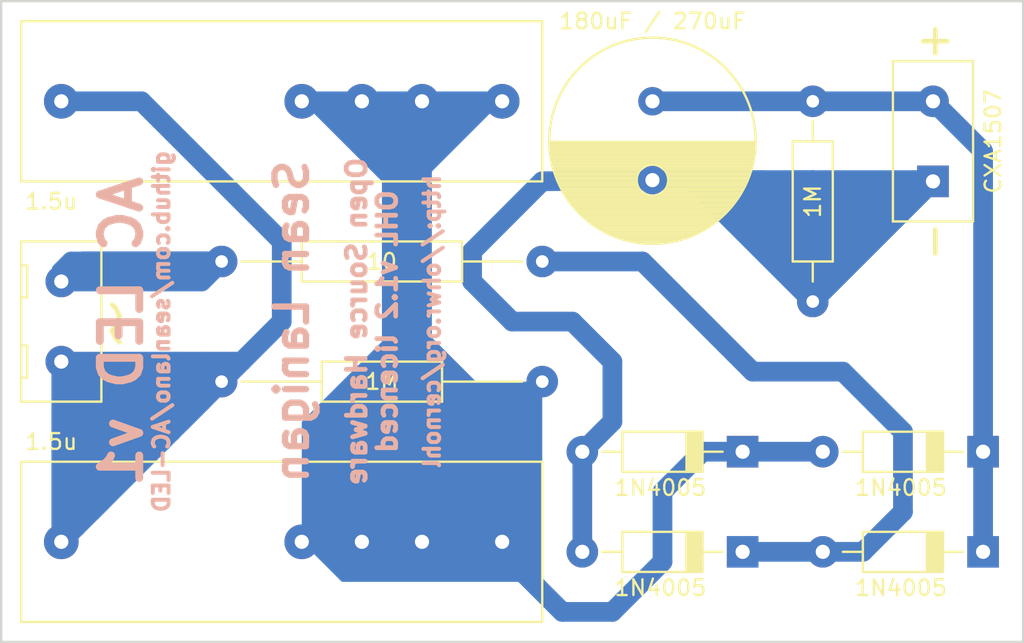
<source format=kicad_pcb>
(kicad_pcb (version 4) (host pcbnew 4.0.5+dfsg1-4)

  (general
    (links 24)
    (no_connects 0)
    (area 11.989999 11.56 76.910001 52.780001)
    (thickness 1.6)
    (drawings 9)
    (tracks 138)
    (zones 0)
    (modules 12)
    (nets 7)
  )

  (page A4)
  (title_block
    (title "AC LED")
    (date 2017-06-18)
    (rev 1)
    (company "Sean Lanigan")
    (comment 1 "Licenced under CERN OHL v1.2 or later")
    (comment 3 "LEDs or a 270 uF for one LED. ")
    (comment 4 "Designed for one or two Cree CXA1507 36V LEDs, in series. Use 180uF capacitor for two")
  )

  (layers
    (0 F.Cu signal)
    (31 B.Cu signal)
    (32 B.Adhes user)
    (33 F.Adhes user)
    (34 B.Paste user)
    (35 F.Paste user)
    (36 B.SilkS user)
    (37 F.SilkS user)
    (38 B.Mask user)
    (39 F.Mask user)
    (40 Dwgs.User user)
    (41 Cmts.User user)
    (42 Eco1.User user)
    (43 Eco2.User user)
    (44 Edge.Cuts user)
    (45 Margin user)
    (46 B.CrtYd user)
    (47 F.CrtYd user)
    (48 B.Fab user)
    (49 F.Fab user)
  )

  (setup
    (last_trace_width 0.25)
    (trace_clearance 0.2)
    (zone_clearance 0.508)
    (zone_45_only no)
    (trace_min 0.2)
    (segment_width 0.2)
    (edge_width 0.15)
    (via_size 0.6)
    (via_drill 0.4)
    (via_min_size 0.4)
    (via_min_drill 0.3)
    (uvia_size 0.3)
    (uvia_drill 0.1)
    (uvias_allowed no)
    (uvia_min_size 0.2)
    (uvia_min_drill 0.1)
    (pcb_text_width 0.3)
    (pcb_text_size 1.5 1.5)
    (mod_edge_width 0.15)
    (mod_text_size 1 1)
    (mod_text_width 0.15)
    (pad_size 1.524 1.524)
    (pad_drill 0.762)
    (pad_to_mask_clearance 0.2)
    (aux_axis_origin 12.065 12.065)
    (grid_origin 12.065 12.065)
    (visible_elements FFFFFF7F)
    (pcbplotparams
      (layerselection 0x010f0_80000001)
      (usegerberextensions true)
      (excludeedgelayer true)
      (linewidth 0.100000)
      (plotframeref false)
      (viasonmask false)
      (mode 1)
      (useauxorigin false)
      (hpglpennumber 1)
      (hpglpenspeed 20)
      (hpglpendiameter 15)
      (hpglpenoverlay 2)
      (psnegative false)
      (psa4output false)
      (plotreference true)
      (plotvalue true)
      (plotinvisibletext false)
      (padsonsilk false)
      (subtractmaskfromsilk true)
      (outputformat 1)
      (mirror false)
      (drillshape 0)
      (scaleselection 1)
      (outputdirectory gerber/))
  )

  (net 0 "")
  (net 1 /AC_L)
  (net 2 /Bridge_In)
  (net 3 /DC_V)
  (net 4 /DC_Gnd)
  (net 5 /Bridge_Out)
  (net 6 /AC_N)

  (net_class Default "This is the default net class."
    (clearance 0.2)
    (trace_width 0.25)
    (via_dia 0.6)
    (via_drill 0.4)
    (uvia_dia 0.3)
    (uvia_drill 0.1)
  )

  (net_class AC ""
    (clearance 1)
    (trace_width 1.25)
    (via_dia 0.6)
    (via_drill 0.4)
    (uvia_dia 0.3)
    (uvia_drill 0.1)
    (add_net /AC_L)
    (add_net /AC_N)
    (add_net /Bridge_In)
    (add_net /Bridge_Out)
    (add_net /DC_Gnd)
    (add_net /DC_V)
  )

  (module Footprints:Terminal (layer F.Cu) (tedit 5944EF77) (tstamp 594E374A)
    (at 15.875 32.385)
    (path /5944AEF7)
    (fp_text reference J1 (at 0 6.35) (layer F.SilkS) hide
      (effects (font (size 1 1) (thickness 0.15)))
    )
    (fp_text value "AC In" (at 0 0) (layer F.Fab)
      (effects (font (size 1 1) (thickness 0.15)))
    )
    (fp_text user ~~ (at 3.302 0 90) (layer F.SilkS)
      (effects (font (size 5 5) (thickness 0.3)))
    )
    (fp_text user ~ (at 3.937 0.127) (layer F.SilkS)
      (effects (font (size 1 1) (thickness 0.15)))
    )
    (fp_line (start -2.159 3.556) (end -2.54 3.556) (layer F.SilkS) (width 0.15))
    (fp_line (start -2.159 1.524) (end -2.159 3.556) (layer F.SilkS) (width 0.15))
    (fp_line (start -2.54 1.524) (end -2.159 1.524) (layer F.SilkS) (width 0.15))
    (fp_line (start -2.159 -1.524) (end -2.54 -1.524) (layer F.SilkS) (width 0.15))
    (fp_line (start -2.159 -3.556) (end -2.159 -1.524) (layer F.SilkS) (width 0.15))
    (fp_line (start -2.54 -3.556) (end -2.159 -3.556) (layer F.SilkS) (width 0.15))
    (fp_line (start -2.54 5.08) (end -2.54 -5.08) (layer F.SilkS) (width 0.15))
    (fp_line (start 2.54 5.08) (end -2.54 5.08) (layer F.SilkS) (width 0.15))
    (fp_line (start 2.54 -5.08) (end 2.54 5.08) (layer F.SilkS) (width 0.15))
    (fp_line (start -2.54 -5.08) (end 2.54 -5.08) (layer F.SilkS) (width 0.15))
    (pad 1 thru_hole circle (at 0 2.54) (size 2 2) (drill 0.9) (layers *.Cu *.Mask)
      (net 1 /AC_L))
    (pad 2 thru_hole circle (at 0 -2.54) (size 2 2) (drill 0.9) (layers *.Cu *.Mask)
      (net 6 /AC_N))
  )

  (module Footprints:Large_Cap-Multi (layer F.Cu) (tedit 59451DCE) (tstamp 594E3663)
    (at 31.115 43.815)
    (path /5944B136)
    (fp_text reference C1 (at -16.51 -1.27) (layer F.Fab)
      (effects (font (size 1 1) (thickness 0.15)))
    )
    (fp_text value 1.5u (at -15.875 -3.81) (layer F.SilkS)
      (effects (font (size 1 1) (thickness 0.15)))
    )
    (fp_line (start 15.24 -2.54) (end -17.78 -2.54) (layer F.SilkS) (width 0.15))
    (fp_line (start -17.78 -2.54) (end -17.78 7.62) (layer F.SilkS) (width 0.15))
    (fp_line (start 15.24 -2.54) (end 15.24 7.62) (layer F.SilkS) (width 0.15))
    (fp_line (start 15.24 7.62) (end -17.78 7.62) (layer F.SilkS) (width 0.15))
    (pad 1 thru_hole circle (at -15.24 2.54) (size 2.2 2.2) (drill 0.9) (layers *.Cu *.Mask)
      (net 1 /AC_L))
    (pad 2 thru_hole circle (at 7.62 2.54) (size 2.2 2.2) (drill 0.9) (layers *.Cu *.Mask)
      (net 2 /Bridge_In))
    (pad 2 thru_hole circle (at 12.7 2.54) (size 2.2 2.2) (drill 0.9) (layers *.Cu *.Mask)
      (net 2 /Bridge_In))
    (pad 2 thru_hole circle (at 3.81 2.54) (size 2.2 2.2) (drill 0.9) (layers *.Cu *.Mask)
      (net 2 /Bridge_In))
    (pad 2 thru_hole circle (at 0 2.54) (size 2.2 2.2) (drill 0.9) (layers *.Cu *.Mask)
      (net 2 /Bridge_In))
  )

  (module Footprints:Large_Cap-Multi (layer F.Cu) (tedit 59451DB6) (tstamp 594E3674)
    (at 31.115 15.875)
    (path /5944B0AD)
    (fp_text reference C2 (at -16.51 -1.27) (layer F.Fab)
      (effects (font (size 1 1) (thickness 0.15)))
    )
    (fp_text value 1.5u (at -15.875 8.89) (layer F.SilkS)
      (effects (font (size 1 1) (thickness 0.15)))
    )
    (fp_line (start 15.24 -2.54) (end -17.78 -2.54) (layer F.SilkS) (width 0.15))
    (fp_line (start -17.78 -2.54) (end -17.78 7.62) (layer F.SilkS) (width 0.15))
    (fp_line (start 15.24 -2.54) (end 15.24 7.62) (layer F.SilkS) (width 0.15))
    (fp_line (start 15.24 7.62) (end -17.78 7.62) (layer F.SilkS) (width 0.15))
    (pad 1 thru_hole circle (at -15.24 2.54) (size 2.2 2.2) (drill 0.9) (layers *.Cu *.Mask)
      (net 1 /AC_L))
    (pad 2 thru_hole circle (at 7.62 2.54) (size 2.2 2.2) (drill 0.9) (layers *.Cu *.Mask)
      (net 2 /Bridge_In))
    (pad 2 thru_hole circle (at 12.7 2.54) (size 2.2 2.2) (drill 0.9) (layers *.Cu *.Mask)
      (net 2 /Bridge_In))
    (pad 2 thru_hole circle (at 3.81 2.54) (size 2.2 2.2) (drill 0.9) (layers *.Cu *.Mask)
      (net 2 /Bridge_In))
    (pad 2 thru_hole circle (at 0 2.54) (size 2.2 2.2) (drill 0.9) (layers *.Cu *.Mask)
      (net 2 /Bridge_In))
  )

  (module Footprints:Res_Long_Large (layer F.Cu) (tedit 59451E6F) (tstamp 594E376E)
    (at 36.195 28.575 180)
    (path /5944B985)
    (fp_text reference R3 (at 0 -2.54 180) (layer F.Fab)
      (effects (font (size 1 1) (thickness 0.15)))
    )
    (fp_text value 10 (at 0 0 180) (layer F.SilkS)
      (effects (font (size 1 1) (thickness 0.15)))
    )
    (fp_line (start 5.08 1.27) (end -5.08 1.27) (layer F.SilkS) (width 0.15))
    (fp_line (start -5.08 -1.27) (end 5.08 -1.27) (layer F.SilkS) (width 0.15))
    (fp_line (start -5.08 0) (end -8.89 0) (layer F.SilkS) (width 0.15))
    (fp_line (start 5.08 0) (end 8.89 0) (layer F.SilkS) (width 0.15))
    (fp_line (start -5.08 -1.27) (end -5.08 1.27) (layer F.SilkS) (width 0.15))
    (fp_line (start 5.08 1.27) (end 5.08 -1.27) (layer F.SilkS) (width 0.15))
    (pad 1 thru_hole circle (at -10.16 0 180) (size 2 2) (drill 0.8) (layers *.Cu *.Mask)
      (net 5 /Bridge_Out))
    (pad 2 thru_hole circle (at 10.16 0 180) (size 2 2) (drill 0.8) (layers *.Cu *.Mask)
      (net 6 /AC_N))
  )

  (module Footprints:Res_Long_Small (layer F.Cu) (tedit 59451ED0) (tstamp 594E3756)
    (at 36.195 36.195 180)
    (path /5944B261)
    (fp_text reference R1 (at 0 -2.54 180) (layer F.Fab)
      (effects (font (size 1 1) (thickness 0.15)))
    )
    (fp_text value 1M (at 0 0 180) (layer F.SilkS)
      (effects (font (size 1 1) (thickness 0.15)))
    )
    (fp_line (start -7.62 0) (end -8.89 0) (layer F.SilkS) (width 0.15))
    (fp_line (start 7.62 0) (end 8.89 0) (layer F.SilkS) (width 0.15))
    (fp_line (start -3.81 0) (end -7.62 0) (layer F.SilkS) (width 0.15))
    (fp_line (start 3.81 0) (end 7.62 0) (layer F.SilkS) (width 0.15))
    (fp_line (start 3.81 -1.27) (end -3.81 -1.27) (layer F.SilkS) (width 0.15))
    (fp_line (start -3.81 -1.27) (end -3.81 1.27) (layer F.SilkS) (width 0.15))
    (fp_line (start -3.81 1.27) (end 3.81 1.27) (layer F.SilkS) (width 0.15))
    (fp_line (start 3.81 1.27) (end 3.81 -1.27) (layer F.SilkS) (width 0.15))
    (pad 1 thru_hole circle (at -10.16 0 180) (size 2 2) (drill 0.8) (layers *.Cu *.Mask)
      (net 2 /Bridge_In))
    (pad 2 thru_hole circle (at 10.16 0 180) (size 2 2) (drill 0.8) (layers *.Cu *.Mask)
      (net 1 /AC_L))
  )

  (module Footprints:2_wire_5mm-0.9OD (layer F.Cu) (tedit 59452049) (tstamp 594E371B)
    (at 71.12 20.955 90)
    (path /5944CA77)
    (fp_text reference D5 (at 4.445 -3.175 270) (layer F.Fab)
      (effects (font (size 1 1) (thickness 0.15)))
    )
    (fp_text value CXA1507 (at 0 3.81 90) (layer F.SilkS)
      (effects (font (size 1 1) (thickness 0.15)))
    )
    (fp_text user - (at -6.35 0 90) (layer F.SilkS)
      (effects (font (size 2 2) (thickness 0.3)))
    )
    (fp_text user + (at 6.35 0 90) (layer F.SilkS)
      (effects (font (size 2 2) (thickness 0.3)))
    )
    (fp_line (start -5.08 -2.54) (end 5.08 -2.54) (layer F.SilkS) (width 0.15))
    (fp_line (start 5.08 -2.54) (end 5.08 2.54) (layer F.SilkS) (width 0.15))
    (fp_line (start 5.08 2.54) (end -5.08 2.54) (layer F.SilkS) (width 0.15))
    (fp_line (start -5.08 2.54) (end -5.08 -2.54) (layer F.SilkS) (width 0.15))
    (pad 1 thru_hole rect (at -2.54 0 90) (size 2 2) (drill 0.9) (layers *.Cu *.Mask)
      (net 4 /DC_Gnd))
    (pad 2 thru_hole circle (at 2.54 0 90) (size 2 2) (drill 0.9) (layers *.Cu *.Mask)
      (net 3 /DC_V))
  )

  (module Footprints:Res_Short_Small (layer F.Cu) (tedit 59451EB7) (tstamp 594E3762)
    (at 63.5 24.765 270)
    (path /5944C5FE)
    (fp_text reference R2 (at 0 -2.54 270) (layer F.Fab)
      (effects (font (size 1 1) (thickness 0.15)))
    )
    (fp_text value 1M (at 0 0 270) (layer F.SilkS)
      (effects (font (size 1 1) (thickness 0.15)))
    )
    (fp_line (start -3.81 0) (end -5.08 0) (layer F.SilkS) (width 0.15))
    (fp_line (start 3.81 0) (end 5.08 0) (layer F.SilkS) (width 0.15))
    (fp_line (start 3.81 -1.27) (end -3.81 -1.27) (layer F.SilkS) (width 0.15))
    (fp_line (start -3.81 -1.27) (end -3.81 1.27) (layer F.SilkS) (width 0.15))
    (fp_line (start -3.81 1.27) (end 3.81 1.27) (layer F.SilkS) (width 0.15))
    (fp_line (start 3.81 1.27) (end 3.81 -1.27) (layer F.SilkS) (width 0.15))
    (pad 1 thru_hole circle (at -6.35 0 270) (size 2 2) (drill 0.8) (layers *.Cu *.Mask)
      (net 3 /DC_V))
    (pad 2 thru_hole circle (at 6.35 0 270) (size 2 2) (drill 0.8) (layers *.Cu *.Mask)
      (net 4 /DC_Gnd))
  )

  (module Footprints:C_Radial_D13_L21_P5 (layer F.Cu) (tedit 5945465C) (tstamp 594E36B9)
    (at 53.34 18.415 270)
    (descr "Radial Electrolytic Capacitor 13mm x Length 21mm, Pitch 5mm")
    (tags "Electrolytic Capacitor")
    (path /5944C59B)
    (fp_text reference C3 (at 2.5 -7.8 270) (layer F.Fab)
      (effects (font (size 1 1) (thickness 0.15)))
    )
    (fp_text value "180uF / 270uF" (at -5.08 0 360) (layer F.SilkS)
      (effects (font (size 1 1) (thickness 0.15)))
    )
    (fp_line (start 2.575 -6.5) (end 2.575 6.5) (layer F.SilkS) (width 0.15))
    (fp_line (start 2.715 -6.496) (end 2.715 6.496) (layer F.SilkS) (width 0.15))
    (fp_line (start 2.855 -6.49) (end 2.855 6.49) (layer F.SilkS) (width 0.15))
    (fp_line (start 2.995 -6.481) (end 2.995 6.481) (layer F.SilkS) (width 0.15))
    (fp_line (start 3.135 -6.469) (end 3.135 6.469) (layer F.SilkS) (width 0.15))
    (fp_line (start 3.275 -6.454) (end 3.275 6.454) (layer F.SilkS) (width 0.15))
    (fp_line (start 3.415 -6.435) (end 3.415 6.435) (layer F.SilkS) (width 0.15))
    (fp_line (start 3.555 -6.414) (end 3.555 6.414) (layer F.SilkS) (width 0.15))
    (fp_line (start 3.695 -6.389) (end 3.695 6.389) (layer F.SilkS) (width 0.15))
    (fp_line (start 3.835 -6.361) (end 3.835 6.361) (layer F.SilkS) (width 0.15))
    (fp_line (start 3.975 -6.33) (end 3.975 6.33) (layer F.SilkS) (width 0.15))
    (fp_line (start 4.115 -6.296) (end 4.115 -0.466) (layer F.SilkS) (width 0.15))
    (fp_line (start 4.115 0.466) (end 4.115 6.296) (layer F.SilkS) (width 0.15))
    (fp_line (start 4.255 -6.259) (end 4.255 -0.667) (layer F.SilkS) (width 0.15))
    (fp_line (start 4.255 0.667) (end 4.255 6.259) (layer F.SilkS) (width 0.15))
    (fp_line (start 4.395 -6.218) (end 4.395 -0.796) (layer F.SilkS) (width 0.15))
    (fp_line (start 4.395 0.796) (end 4.395 6.218) (layer F.SilkS) (width 0.15))
    (fp_line (start 4.535 -6.173) (end 4.535 -0.885) (layer F.SilkS) (width 0.15))
    (fp_line (start 4.535 0.885) (end 4.535 6.173) (layer F.SilkS) (width 0.15))
    (fp_line (start 4.675 -6.125) (end 4.675 -0.946) (layer F.SilkS) (width 0.15))
    (fp_line (start 4.675 0.946) (end 4.675 6.125) (layer F.SilkS) (width 0.15))
    (fp_line (start 4.815 -6.074) (end 4.815 -0.983) (layer F.SilkS) (width 0.15))
    (fp_line (start 4.815 0.983) (end 4.815 6.074) (layer F.SilkS) (width 0.15))
    (fp_line (start 4.955 -6.019) (end 4.955 -0.999) (layer F.SilkS) (width 0.15))
    (fp_line (start 4.955 0.999) (end 4.955 6.019) (layer F.SilkS) (width 0.15))
    (fp_line (start 5.095 -5.96) (end 5.095 -0.995) (layer F.SilkS) (width 0.15))
    (fp_line (start 5.095 0.995) (end 5.095 5.96) (layer F.SilkS) (width 0.15))
    (fp_line (start 5.235 -5.897) (end 5.235 -0.972) (layer F.SilkS) (width 0.15))
    (fp_line (start 5.235 0.972) (end 5.235 5.897) (layer F.SilkS) (width 0.15))
    (fp_line (start 5.375 -5.83) (end 5.375 -0.927) (layer F.SilkS) (width 0.15))
    (fp_line (start 5.375 0.927) (end 5.375 5.83) (layer F.SilkS) (width 0.15))
    (fp_line (start 5.515 -5.758) (end 5.515 -0.857) (layer F.SilkS) (width 0.15))
    (fp_line (start 5.515 0.857) (end 5.515 5.758) (layer F.SilkS) (width 0.15))
    (fp_line (start 5.655 -5.683) (end 5.655 -0.756) (layer F.SilkS) (width 0.15))
    (fp_line (start 5.655 0.756) (end 5.655 5.683) (layer F.SilkS) (width 0.15))
    (fp_line (start 5.795 -5.603) (end 5.795 -0.607) (layer F.SilkS) (width 0.15))
    (fp_line (start 5.795 0.607) (end 5.795 5.603) (layer F.SilkS) (width 0.15))
    (fp_line (start 5.935 -5.518) (end 5.935 -0.355) (layer F.SilkS) (width 0.15))
    (fp_line (start 5.935 0.355) (end 5.935 5.518) (layer F.SilkS) (width 0.15))
    (fp_line (start 6.075 -5.429) (end 6.075 5.429) (layer F.SilkS) (width 0.15))
    (fp_line (start 6.215 -5.334) (end 6.215 5.334) (layer F.SilkS) (width 0.15))
    (fp_line (start 6.355 -5.233) (end 6.355 5.233) (layer F.SilkS) (width 0.15))
    (fp_line (start 6.495 -5.127) (end 6.495 5.127) (layer F.SilkS) (width 0.15))
    (fp_line (start 6.635 -5.015) (end 6.635 5.015) (layer F.SilkS) (width 0.15))
    (fp_line (start 6.775 -4.896) (end 6.775 4.896) (layer F.SilkS) (width 0.15))
    (fp_line (start 6.915 -4.771) (end 6.915 4.771) (layer F.SilkS) (width 0.15))
    (fp_line (start 7.055 -4.637) (end 7.055 4.637) (layer F.SilkS) (width 0.15))
    (fp_line (start 7.195 -4.495) (end 7.195 4.495) (layer F.SilkS) (width 0.15))
    (fp_line (start 7.335 -4.344) (end 7.335 4.344) (layer F.SilkS) (width 0.15))
    (fp_line (start 7.475 -4.183) (end 7.475 4.183) (layer F.SilkS) (width 0.15))
    (fp_line (start 7.615 -4.011) (end 7.615 4.011) (layer F.SilkS) (width 0.15))
    (fp_line (start 7.755 -3.826) (end 7.755 3.826) (layer F.SilkS) (width 0.15))
    (fp_line (start 7.895 -3.625) (end 7.895 3.625) (layer F.SilkS) (width 0.15))
    (fp_line (start 8.035 -3.408) (end 8.035 3.408) (layer F.SilkS) (width 0.15))
    (fp_line (start 8.175 -3.169) (end 8.175 3.169) (layer F.SilkS) (width 0.15))
    (fp_line (start 8.315 -2.904) (end 8.315 2.904) (layer F.SilkS) (width 0.15))
    (fp_line (start 8.455 -2.605) (end 8.455 2.605) (layer F.SilkS) (width 0.15))
    (fp_line (start 8.595 -2.259) (end 8.595 2.259) (layer F.SilkS) (width 0.15))
    (fp_line (start 8.735 -1.837) (end 8.735 1.837) (layer F.SilkS) (width 0.15))
    (fp_line (start 8.875 -1.269) (end 8.875 1.269) (layer F.SilkS) (width 0.15))
    (fp_circle (center 5 0) (end 5 -1) (layer F.SilkS) (width 0.15))
    (fp_circle (center 2.5 0) (end 2.5 -6.5375) (layer F.SilkS) (width 0.15))
    (fp_circle (center 2.5 0) (end 2.5 -6.8) (layer F.CrtYd) (width 0.05))
    (pad 1 thru_hole circle (at 0 0 270) (size 1.8 1.8) (drill 0.9) (layers *.Cu *.Mask)
      (net 3 /DC_V))
    (pad 2 thru_hole circle (at 5 0 270) (size 1.8 1.8) (drill 0.9) (layers *.Cu *.Mask)
      (net 4 /DC_Gnd))
    (model Capacitors_ThroughHole.3dshapes/C_Radial_D13_L21_P5.wrl
      (at (xyz 0.098425 0 0))
      (scale (xyz 1 1 1))
      (rotate (xyz 0 0 90))
    )
  )

  (module Footprints:Diode_DO-41 (layer F.Cu) (tedit 594546B2) (tstamp 594E36CE)
    (at 59.055 40.64 180)
    (descr "Diode, DO-41, SOD81, Horizontal, RM 10mm,")
    (tags "Diode, DO-41, SOD81, Horizontal, RM 10mm, 1N4007, SB140,")
    (path /5944B6FA)
    (fp_text reference D1 (at 5.334 2.159 180) (layer F.Fab)
      (effects (font (size 1 1) (thickness 0.15)))
    )
    (fp_text value 1N4005 (at 5.207 -2.286 180) (layer F.SilkS)
      (effects (font (size 1 1) (thickness 0.15)))
    )
    (fp_line (start 3.556 1.27) (end 3.556 -1.27) (layer F.SilkS) (width 0.15))
    (fp_line (start 3.429 -1.27) (end 3.429 1.27) (layer F.SilkS) (width 0.15))
    (fp_line (start 3.302 1.27) (end 3.302 -1.27) (layer F.SilkS) (width 0.15))
    (fp_line (start 3.048 -1.27) (end 3.048 1.27) (layer F.SilkS) (width 0.15))
    (fp_line (start 3.175 1.27) (end 3.175 -1.27) (layer F.SilkS) (width 0.15))
    (fp_line (start 2.921 -1.27) (end 2.921 1.27) (layer F.SilkS) (width 0.15))
    (fp_line (start 2.794 -1.27) (end 2.794 1.27) (layer F.SilkS) (width 0.15))
    (fp_line (start 2.667 1.27) (end 2.667 -1.27) (layer F.SilkS) (width 0.15))
    (fp_line (start 8.636 0) (end 8.89 0) (layer F.SilkS) (width 0.15))
    (fp_line (start 1.27 0) (end 2.54 0) (layer F.SilkS) (width 0.15))
    (fp_line (start 7.62 -0.00254) (end 8.636 -0.00254) (layer F.SilkS) (width 0.15))
    (fp_line (start 2.54 1.26746) (end 2.54 -1.27254) (layer F.SilkS) (width 0.15))
    (fp_line (start 2.54 -1.27254) (end 7.62 -1.27254) (layer F.SilkS) (width 0.15))
    (fp_line (start 7.62 -1.27254) (end 7.62 1.26746) (layer F.SilkS) (width 0.15))
    (fp_line (start 7.62 1.26746) (end 2.54 1.26746) (layer F.SilkS) (width 0.15))
    (pad 2 thru_hole circle (at 10.16 0) (size 2 2) (drill 0.9) (layers *.Cu *.Mask)
      (net 4 /DC_Gnd))
    (pad 1 thru_hole rect (at 0 0) (size 2 2) (drill 0.9) (layers *.Cu *.Mask)
      (net 2 /Bridge_In))
  )

  (module Footprints:Diode_DO-41 (layer F.Cu) (tedit 594546B2) (tstamp 594E36E3)
    (at 59.055 46.99 180)
    (descr "Diode, DO-41, SOD81, Horizontal, RM 10mm,")
    (tags "Diode, DO-41, SOD81, Horizontal, RM 10mm, 1N4007, SB140,")
    (path /5944B7AA)
    (fp_text reference D2 (at 5.334 2.159 180) (layer F.Fab)
      (effects (font (size 1 1) (thickness 0.15)))
    )
    (fp_text value 1N4005 (at 5.207 -2.286 180) (layer F.SilkS)
      (effects (font (size 1 1) (thickness 0.15)))
    )
    (fp_line (start 3.556 1.27) (end 3.556 -1.27) (layer F.SilkS) (width 0.15))
    (fp_line (start 3.429 -1.27) (end 3.429 1.27) (layer F.SilkS) (width 0.15))
    (fp_line (start 3.302 1.27) (end 3.302 -1.27) (layer F.SilkS) (width 0.15))
    (fp_line (start 3.048 -1.27) (end 3.048 1.27) (layer F.SilkS) (width 0.15))
    (fp_line (start 3.175 1.27) (end 3.175 -1.27) (layer F.SilkS) (width 0.15))
    (fp_line (start 2.921 -1.27) (end 2.921 1.27) (layer F.SilkS) (width 0.15))
    (fp_line (start 2.794 -1.27) (end 2.794 1.27) (layer F.SilkS) (width 0.15))
    (fp_line (start 2.667 1.27) (end 2.667 -1.27) (layer F.SilkS) (width 0.15))
    (fp_line (start 8.636 0) (end 8.89 0) (layer F.SilkS) (width 0.15))
    (fp_line (start 1.27 0) (end 2.54 0) (layer F.SilkS) (width 0.15))
    (fp_line (start 7.62 -0.00254) (end 8.636 -0.00254) (layer F.SilkS) (width 0.15))
    (fp_line (start 2.54 1.26746) (end 2.54 -1.27254) (layer F.SilkS) (width 0.15))
    (fp_line (start 2.54 -1.27254) (end 7.62 -1.27254) (layer F.SilkS) (width 0.15))
    (fp_line (start 7.62 -1.27254) (end 7.62 1.26746) (layer F.SilkS) (width 0.15))
    (fp_line (start 7.62 1.26746) (end 2.54 1.26746) (layer F.SilkS) (width 0.15))
    (pad 2 thru_hole circle (at 10.16 0) (size 2 2) (drill 0.9) (layers *.Cu *.Mask)
      (net 4 /DC_Gnd))
    (pad 1 thru_hole rect (at 0 0) (size 2 2) (drill 0.9) (layers *.Cu *.Mask)
      (net 5 /Bridge_Out))
  )

  (module Footprints:Diode_DO-41 (layer F.Cu) (tedit 594546B2) (tstamp 594E370D)
    (at 74.295 46.99 180)
    (descr "Diode, DO-41, SOD81, Horizontal, RM 10mm,")
    (tags "Diode, DO-41, SOD81, Horizontal, RM 10mm, 1N4007, SB140,")
    (path /5944B7DD)
    (fp_text reference D4 (at 5.334 2.159 180) (layer F.Fab)
      (effects (font (size 1 1) (thickness 0.15)))
    )
    (fp_text value 1N4005 (at 5.207 -2.286 180) (layer F.SilkS)
      (effects (font (size 1 1) (thickness 0.15)))
    )
    (fp_line (start 3.556 1.27) (end 3.556 -1.27) (layer F.SilkS) (width 0.15))
    (fp_line (start 3.429 -1.27) (end 3.429 1.27) (layer F.SilkS) (width 0.15))
    (fp_line (start 3.302 1.27) (end 3.302 -1.27) (layer F.SilkS) (width 0.15))
    (fp_line (start 3.048 -1.27) (end 3.048 1.27) (layer F.SilkS) (width 0.15))
    (fp_line (start 3.175 1.27) (end 3.175 -1.27) (layer F.SilkS) (width 0.15))
    (fp_line (start 2.921 -1.27) (end 2.921 1.27) (layer F.SilkS) (width 0.15))
    (fp_line (start 2.794 -1.27) (end 2.794 1.27) (layer F.SilkS) (width 0.15))
    (fp_line (start 2.667 1.27) (end 2.667 -1.27) (layer F.SilkS) (width 0.15))
    (fp_line (start 8.636 0) (end 8.89 0) (layer F.SilkS) (width 0.15))
    (fp_line (start 1.27 0) (end 2.54 0) (layer F.SilkS) (width 0.15))
    (fp_line (start 7.62 -0.00254) (end 8.636 -0.00254) (layer F.SilkS) (width 0.15))
    (fp_line (start 2.54 1.26746) (end 2.54 -1.27254) (layer F.SilkS) (width 0.15))
    (fp_line (start 2.54 -1.27254) (end 7.62 -1.27254) (layer F.SilkS) (width 0.15))
    (fp_line (start 7.62 -1.27254) (end 7.62 1.26746) (layer F.SilkS) (width 0.15))
    (fp_line (start 7.62 1.26746) (end 2.54 1.26746) (layer F.SilkS) (width 0.15))
    (pad 2 thru_hole circle (at 10.16 0) (size 2 2) (drill 0.9) (layers *.Cu *.Mask)
      (net 5 /Bridge_Out))
    (pad 1 thru_hole rect (at 0 0) (size 2 2) (drill 0.9) (layers *.Cu *.Mask)
      (net 3 /DC_V))
  )

  (module Footprints:Diode_DO-41 (layer F.Cu) (tedit 594546B2) (tstamp 594E36F8)
    (at 74.295 40.64 180)
    (descr "Diode, DO-41, SOD81, Horizontal, RM 10mm,")
    (tags "Diode, DO-41, SOD81, Horizontal, RM 10mm, 1N4007, SB140,")
    (path /5944B785)
    (fp_text reference D3 (at 5.334 2.159 180) (layer F.Fab)
      (effects (font (size 1 1) (thickness 0.15)))
    )
    (fp_text value 1N4005 (at 5.207 -2.286 180) (layer F.SilkS)
      (effects (font (size 1 1) (thickness 0.15)))
    )
    (fp_line (start 3.556 1.27) (end 3.556 -1.27) (layer F.SilkS) (width 0.15))
    (fp_line (start 3.429 -1.27) (end 3.429 1.27) (layer F.SilkS) (width 0.15))
    (fp_line (start 3.302 1.27) (end 3.302 -1.27) (layer F.SilkS) (width 0.15))
    (fp_line (start 3.048 -1.27) (end 3.048 1.27) (layer F.SilkS) (width 0.15))
    (fp_line (start 3.175 1.27) (end 3.175 -1.27) (layer F.SilkS) (width 0.15))
    (fp_line (start 2.921 -1.27) (end 2.921 1.27) (layer F.SilkS) (width 0.15))
    (fp_line (start 2.794 -1.27) (end 2.794 1.27) (layer F.SilkS) (width 0.15))
    (fp_line (start 2.667 1.27) (end 2.667 -1.27) (layer F.SilkS) (width 0.15))
    (fp_line (start 8.636 0) (end 8.89 0) (layer F.SilkS) (width 0.15))
    (fp_line (start 1.27 0) (end 2.54 0) (layer F.SilkS) (width 0.15))
    (fp_line (start 7.62 -0.00254) (end 8.636 -0.00254) (layer F.SilkS) (width 0.15))
    (fp_line (start 2.54 1.26746) (end 2.54 -1.27254) (layer F.SilkS) (width 0.15))
    (fp_line (start 2.54 -1.27254) (end 7.62 -1.27254) (layer F.SilkS) (width 0.15))
    (fp_line (start 7.62 -1.27254) (end 7.62 1.26746) (layer F.SilkS) (width 0.15))
    (fp_line (start 7.62 1.26746) (end 2.54 1.26746) (layer F.SilkS) (width 0.15))
    (pad 2 thru_hole circle (at 10.16 0) (size 2 2) (drill 0.9) (layers *.Cu *.Mask)
      (net 2 /Bridge_In))
    (pad 1 thru_hole rect (at 0 0) (size 2 2) (drill 0.9) (layers *.Cu *.Mask)
      (net 3 /DC_V))
  )

  (gr_text github.com/seanlano/AC-LED (at 22.225 33.02 90) (layer B.SilkS)
    (effects (font (size 1 1) (thickness 0.25)) (justify mirror))
  )
  (gr_line (start 12.065 12.065) (end 76.835 12.065) (angle 90) (layer Edge.Cuts) (width 0.15))
  (gr_line (start 76.835 52.705) (end 12.065 52.705) (angle 90) (layer Edge.Cuts) (width 0.15))
  (gr_text http://ohwr.org/cernohl (at 39.37 32.385 90) (layer B.SilkS)
    (effects (font (size 1 1) (thickness 0.25)) (justify mirror))
  )
  (gr_text "Open Source Hardware\nOHL v1.2 licenced" (at 35.56 32.385 90) (layer B.SilkS)
    (effects (font (size 1.2 1.2) (thickness 0.3)) (justify mirror))
  )
  (gr_text "Sean Lanigan" (at 30.48 32.385 90) (layer B.SilkS)
    (effects (font (size 2 2) (thickness 0.4)) (justify mirror))
  )
  (gr_text "AC LED v1" (at 19.685 33.02 90) (layer B.SilkS)
    (effects (font (size 2.5 2.5) (thickness 0.5)) (justify mirror))
  )
  (gr_line (start 76.835 52.705) (end 76.835 12.065) (angle 90) (layer Edge.Cuts) (width 0.15))
  (gr_line (start 12.065 52.705) (end 12.065 12.065) (angle 90) (layer Edge.Cuts) (width 0.15))

  (segment (start 17.78 35.56) (end 19.05 35.56) (width 1.25) (layer B.Cu) (net 1))
  (segment (start 20.32 35.56) (end 20.32 40.64) (width 1.25) (layer B.Cu) (net 1))
  (segment (start 23.495 34.925) (end 23.495 36.195) (width 1.25) (layer B.Cu) (net 1))
  (segment (start 23.495 36.195) (end 24.13 36.83) (width 1.25) (layer B.Cu) (net 1) (tstamp 59451BE4))
  (segment (start 21.59 34.925) (end 21.59 39.37) (width 1.25) (layer B.Cu) (net 1))
  (segment (start 19.685 35.56) (end 19.685 41.275) (width 1.25) (layer B.Cu) (net 1))
  (segment (start 19.685 41.275) (end 19.685 40.64) (width 1.25) (layer B.Cu) (net 1) (tstamp 59451BDB))
  (segment (start 19.685 40.64) (end 19.685 41.275) (width 1.25) (layer B.Cu) (net 1) (tstamp 59451BDD))
  (segment (start 22.86 34.925) (end 22.86 39.37) (width 1.25) (layer B.Cu) (net 1))
  (segment (start 22.86 39.37) (end 22.86 38.735) (width 1.25) (layer B.Cu) (net 1) (tstamp 59451BD3))
  (segment (start 22.86 38.735) (end 22.86 39.37) (width 1.25) (layer B.Cu) (net 1) (tstamp 59451BD5))
  (segment (start 19.05 41.91) (end 19.685 41.275) (width 1.25) (layer B.Cu) (net 1))
  (segment (start 16.8275 45.4025) (end 16.8275 35.8775) (width 1.25) (layer B.Cu) (net 1))
  (segment (start 19.05 36.83) (end 19.05 41.91) (width 1.25) (layer B.Cu) (net 1) (tstamp 59451BB3))
  (segment (start 18.415 36.195) (end 19.05 36.83) (width 1.25) (layer B.Cu) (net 1) (tstamp 59451BB0))
  (segment (start 18.415 43.815) (end 18.415 36.195) (width 1.25) (layer B.Cu) (net 1) (tstamp 59451BAC))
  (segment (start 17.78 44.45) (end 18.415 43.815) (width 1.25) (layer B.Cu) (net 1) (tstamp 59451BAA))
  (segment (start 17.78 35.56) (end 17.78 44.45) (width 1.25) (layer B.Cu) (net 1) (tstamp 59451BA4))
  (segment (start 17.145 35.56) (end 17.78 35.56) (width 1.25) (layer B.Cu) (net 1) (tstamp 59451BA2))
  (segment (start 16.8275 35.8775) (end 17.145 35.56) (width 1.25) (layer B.Cu) (net 1) (tstamp 59451BA1))
  (segment (start 22.225 40.005) (end 22.225 34.925) (width 1.25) (layer B.Cu) (net 1) (tstamp 59451BC5))
  (segment (start 20.955 40.005) (end 22.225 40.005) (width 1.25) (layer B.Cu) (net 1) (tstamp 59451BBE))
  (segment (start 20.955 36.195) (end 20.955 40.005) (width 1.25) (layer B.Cu) (net 1) (tstamp 59451BBD))
  (segment (start 21.59 35.56) (end 20.955 36.195) (width 1.25) (layer B.Cu) (net 1) (tstamp 59451BBA))
  (segment (start 19.685 35.56) (end 20.32 35.56) (width 1.25) (layer B.Cu) (net 1) (tstamp 59451BD9))
  (segment (start 20.32 35.56) (end 21.59 35.56) (width 1.25) (layer B.Cu) (net 1) (tstamp 59451BE7))
  (segment (start 22.225 34.925) (end 22.86 34.925) (width 1.25) (layer B.Cu) (net 1) (tstamp 59451BC6))
  (segment (start 22.86 34.925) (end 23.495 34.925) (width 1.25) (layer B.Cu) (net 1) (tstamp 59451BD1))
  (segment (start 24.765 37.465) (end 24.765 34.925) (width 1.25) (layer B.Cu) (net 1) (tstamp 59451BCD))
  (segment (start 23.495 38.735) (end 24.765 37.465) (width 1.25) (layer B.Cu) (net 1) (tstamp 59451BC9))
  (segment (start 23.495 34.925) (end 23.495 38.735) (width 1.25) (layer B.Cu) (net 1) (tstamp 59451BC8))
  (segment (start 15.875 46.355) (end 16.8275 45.4025) (width 1.25) (layer B.Cu) (net 1))
  (segment (start 16.8275 45.4025) (end 22.86 39.37) (width 1.25) (layer B.Cu) (net 1) (tstamp 59451B9F))
  (segment (start 22.86 39.37) (end 26.035 36.195) (width 1.25) (layer B.Cu) (net 1) (tstamp 59451BD6))
  (segment (start 15.875 46.355) (end 15.875 34.925) (width 1.25) (layer B.Cu) (net 1))
  (segment (start 24.765 34.925) (end 27.305 34.925) (width 1.25) (layer B.Cu) (net 1))
  (segment (start 15.875 34.925) (end 21.59 34.925) (width 1.25) (layer B.Cu) (net 1) (tstamp 595437E0))
  (segment (start 21.59 34.925) (end 22.225 34.925) (width 1.25) (layer B.Cu) (net 1) (tstamp 59451BE0))
  (segment (start 22.225 34.925) (end 24.765 34.925) (width 1.25) (layer B.Cu) (net 1) (tstamp 595437E1))
  (segment (start 24.765 34.925) (end 26.035 36.195) (width 1.25) (layer B.Cu) (net 1) (tstamp 595437E2))
  (segment (start 26.035 36.195) (end 27.305 34.925) (width 1.25) (layer B.Cu) (net 1))
  (segment (start 27.305 34.925) (end 29.845 32.385) (width 1.25) (layer B.Cu) (net 1) (tstamp 5954386D))
  (segment (start 29.845 32.385) (end 29.845 27.305) (width 1.25) (layer B.Cu) (net 1) (tstamp 5951334F))
  (segment (start 29.845 27.305) (end 20.955 18.415) (width 1.25) (layer B.Cu) (net 1) (tstamp 59513350))
  (segment (start 20.955 18.415) (end 15.875 18.415) (width 1.25) (layer B.Cu) (net 1) (tstamp 59513351))
  (segment (start 46.0375 49.2125) (end 45.085 48.26) (width 1.25) (layer B.Cu) (net 2))
  (segment (start 45.085 47.625) (end 43.815 46.355) (width 1.25) (layer B.Cu) (net 2) (tstamp 5945C764))
  (segment (start 45.085 48.26) (end 45.085 47.625) (width 1.25) (layer B.Cu) (net 2) (tstamp 5945C761))
  (segment (start 56.515 40.64) (end 59.055 40.64) (width 1.25) (layer B.Cu) (net 2) (tstamp 5945C6F2))
  (segment (start 53.975 43.18) (end 56.515 40.64) (width 1.25) (layer B.Cu) (net 2) (tstamp 5945C6EB))
  (segment (start 53.975 47.625) (end 53.975 43.18) (width 1.25) (layer B.Cu) (net 2) (tstamp 5945C6EA))
  (segment (start 50.8 50.8) (end 53.975 47.625) (width 1.25) (layer B.Cu) (net 2) (tstamp 5945C6E5))
  (segment (start 47.625 50.8) (end 50.8 50.8) (width 1.25) (layer B.Cu) (net 2) (tstamp 5945C6E2))
  (segment (start 46.0375 49.2125) (end 47.625 50.8) (width 1.25) (layer B.Cu) (net 2) (tstamp 5945C75F))
  (segment (start 31.115 46.355) (end 34.925 46.355) (width 1.25) (layer B.Cu) (net 2))
  (segment (start 38.735 46.355) (end 43.815 46.355) (width 1.25) (layer B.Cu) (net 2) (tstamp 59513332))
  (segment (start 34.925 46.355) (end 38.735 46.355) (width 1.25) (layer B.Cu) (net 2) (tstamp 59513331))
  (segment (start 31.115 18.415) (end 34.925 18.415) (width 1.25) (layer B.Cu) (net 2))
  (segment (start 34.925 18.415) (end 38.735 18.415) (width 1.25) (layer B.Cu) (net 2) (tstamp 59513335))
  (segment (start 38.735 18.415) (end 43.815 18.415) (width 1.25) (layer B.Cu) (net 2) (tstamp 59513336))
  (segment (start 59.055 40.64) (end 64.135 40.64) (width 1.25) (layer B.Cu) (net 2))
  (segment (start 38.735 18.415) (end 38.735 33.655) (width 1.25) (layer B.Cu) (net 2))
  (segment (start 38.735 33.655) (end 43.815 38.735) (width 1.25) (layer B.Cu) (net 2) (tstamp 59513390))
  (segment (start 43.815 46.355) (end 43.815 38.735) (width 1.25) (layer B.Cu) (net 2))
  (segment (start 43.815 38.735) (end 46.355 36.195) (width 1.25) (layer B.Cu) (net 2) (tstamp 59513341))
  (segment (start 74.295 40.64) (end 74.295 21.59) (width 1.25) (layer B.Cu) (net 3))
  (segment (start 74.295 21.59) (end 71.12 18.415) (width 1.25) (layer B.Cu) (net 3) (tstamp 5945C73B))
  (segment (start 53.34 18.415) (end 63.5 18.415) (width 1.25) (layer B.Cu) (net 3))
  (segment (start 63.5 18.415) (end 71.12 18.415) (width 1.25) (layer B.Cu) (net 3))
  (segment (start 74.295 46.99) (end 74.295 40.64) (width 1.25) (layer B.Cu) (net 3))
  (segment (start 62.23 23.415) (end 71.04 23.415) (width 1.25) (layer B.Cu) (net 4))
  (segment (start 71.04 23.415) (end 71.12 23.495) (width 1.25) (layer B.Cu) (net 4) (tstamp 5945C7DE))
  (segment (start 48.895 40.64) (end 50.8 38.735) (width 1.25) (layer B.Cu) (net 4))
  (segment (start 46.35493 23.488334) (end 53.34 23.415) (width 1.25) (layer B.Cu) (net 4) (tstamp 5945C733))
  (segment (start 41.91 27.94) (end 46.35493 23.488334) (width 1.25) (layer B.Cu) (net 4) (tstamp 5945C72F))
  (segment (start 41.91 29.845) (end 41.91 27.94) (width 1.25) (layer B.Cu) (net 4) (tstamp 5945C72E))
  (segment (start 44.45 32.385) (end 41.91 29.845) (width 1.25) (layer B.Cu) (net 4) (tstamp 5945C72B))
  (segment (start 48.26 32.385) (end 44.45 32.385) (width 1.25) (layer B.Cu) (net 4) (tstamp 5945C72A))
  (segment (start 50.8 34.925) (end 48.26 32.385) (width 1.25) (layer B.Cu) (net 4) (tstamp 5945C726))
  (segment (start 50.8 38.735) (end 50.8 34.925) (width 1.25) (layer B.Cu) (net 4) (tstamp 5945C722))
  (segment (start 48.895 40.64) (end 48.895 46.99) (width 1.25) (layer B.Cu) (net 4))
  (segment (start 65.0875 24.4475) (end 61.9125 24.4475) (width 1.25) (layer B.Cu) (net 4))
  (segment (start 62.23 24.13) (end 62.23 24.765) (width 1.25) (layer B.Cu) (net 4) (tstamp 59451C51))
  (segment (start 61.9125 24.4475) (end 62.23 24.13) (width 1.25) (layer B.Cu) (net 4) (tstamp 59451C4F))
  (segment (start 63.1825 25.7175) (end 63.8175 25.7175) (width 1.25) (layer B.Cu) (net 4))
  (segment (start 63.8175 25.7175) (end 65.0875 24.4475) (width 1.25) (layer B.Cu) (net 4) (tstamp 59451C4A))
  (segment (start 65.0875 24.4475) (end 65.405 24.13) (width 1.25) (layer B.Cu) (net 4) (tstamp 59451C4D))
  (segment (start 63.5 26.035) (end 63.1825 25.7175) (width 1.25) (layer B.Cu) (net 4))
  (segment (start 63.1825 25.7175) (end 62.23 24.765) (width 1.25) (layer B.Cu) (net 4) (tstamp 59451C48))
  (segment (start 62.23 24.765) (end 61.595 24.13) (width 1.25) (layer B.Cu) (net 4) (tstamp 59451C52))
  (segment (start 66.675 23.495) (end 66.675 24.13) (width 1.25) (layer B.Cu) (net 4))
  (segment (start 66.675 24.13) (end 64.135 26.67) (width 1.25) (layer B.Cu) (net 4) (tstamp 59451C41))
  (segment (start 60.325 23.415) (end 60.325 24.13) (width 1.25) (layer B.Cu) (net 4))
  (segment (start 60.325 24.13) (end 62.865 26.67) (width 1.25) (layer B.Cu) (net 4) (tstamp 59451C3A))
  (segment (start 63.5 27.94) (end 62.865 27.94) (width 1.25) (layer B.Cu) (net 4))
  (segment (start 62.865 27.94) (end 59.055 24.13) (width 1.25) (layer B.Cu) (net 4) (tstamp 59451C35))
  (segment (start 63.5 29.845) (end 63.5 29.21) (width 1.25) (layer B.Cu) (net 4))
  (segment (start 63.5 28.575) (end 63.5 27.94) (width 1.25) (layer B.Cu) (net 4) (tstamp 59451C2F))
  (segment (start 67.945 24.13) (end 63.5 28.575) (width 1.25) (layer B.Cu) (net 4) (tstamp 59451C2D))
  (segment (start 67.31 23.495) (end 67.945 24.13) (width 1.25) (layer B.Cu) (net 4) (tstamp 59451C2C))
  (segment (start 69.215 23.495) (end 67.31 23.495) (width 1.25) (layer B.Cu) (net 4) (tstamp 59451C2A))
  (segment (start 63.5 29.21) (end 69.215 23.495) (width 1.25) (layer B.Cu) (net 4) (tstamp 59451C29))
  (segment (start 63.5 31.115) (end 55.8 23.415) (width 1.25) (layer B.Cu) (net 4))
  (segment (start 57.07 23.415) (end 63.5 29.845) (width 1.25) (layer B.Cu) (net 4) (tstamp 59451C1D))
  (segment (start 63.5 29.845) (end 63.5 29.845) (width 1.25) (layer B.Cu) (net 4) (tstamp 59451C27))
  (segment (start 58.975 23.415) (end 60.245 23.415) (width 1.25) (layer B.Cu) (net 4) (tstamp 59451C1C))
  (segment (start 63.5 31.115) (end 71.12 23.495) (width 1.25) (layer B.Cu) (net 4))
  (segment (start 71.12 23.495) (end 70.485 23.495) (width 1.25) (layer B.Cu) (net 4) (tstamp 59451C10))
  (segment (start 70.485 23.495) (end 64.135 29.845) (width 1.25) (layer B.Cu) (net 4) (tstamp 59451C12))
  (segment (start 53.34 23.415) (end 60.325 23.415) (width 1.25) (layer B.Cu) (net 4))
  (segment (start 60.325 23.415) (end 62.23 23.415) (width 1.25) (layer B.Cu) (net 4) (tstamp 59451C38))
  (segment (start 62.23 23.415) (end 63.5 23.415) (width 1.25) (layer B.Cu) (net 4) (tstamp 5945C7DC))
  (segment (start 63.5 23.415) (end 63.58 23.495) (width 1.25) (layer B.Cu) (net 4) (tstamp 595133AD))
  (segment (start 63.58 23.495) (end 66.675 23.495) (width 1.25) (layer B.Cu) (net 4) (tstamp 595133AE))
  (segment (start 66.675 23.495) (end 71.12 23.495) (width 1.25) (layer B.Cu) (net 4) (tstamp 59451C3F))
  (segment (start 63.5 23.495) (end 63.5 23.415) (width 1.25) (layer B.Cu) (net 4) (tstamp 595133A8))
  (segment (start 63.5 27.94) (end 63.5 26.035) (width 1.25) (layer B.Cu) (net 4) (tstamp 59451C33))
  (segment (start 63.5 26.035) (end 63.5 23.415) (width 1.25) (layer B.Cu) (net 4) (tstamp 59451C44))
  (segment (start 63.5 23.415) (end 63.5 23.495) (width 1.25) (layer B.Cu) (net 4) (tstamp 59513347))
  (segment (start 63.5 23.495) (end 63.5 23.415) (width 1.25) (layer B.Cu) (net 4) (tstamp 59513349))
  (segment (start 46.355 28.575) (end 52.705 28.575) (width 1.25) (layer B.Cu) (net 5))
  (segment (start 66.675 46.99) (end 64.135 46.99) (width 1.25) (layer B.Cu) (net 5) (tstamp 5945C718))
  (segment (start 69.215 44.45) (end 66.675 46.99) (width 1.25) (layer B.Cu) (net 5) (tstamp 5945C716))
  (segment (start 69.215 39.37) (end 69.215 44.45) (width 1.25) (layer B.Cu) (net 5) (tstamp 5945C715))
  (segment (start 65.405 35.56) (end 69.215 39.37) (width 1.25) (layer B.Cu) (net 5) (tstamp 5945C714))
  (segment (start 59.69 35.56) (end 65.405 35.56) (width 1.25) (layer B.Cu) (net 5) (tstamp 5945C712))
  (segment (start 52.705 28.575) (end 59.69 35.56) (width 1.25) (layer B.Cu) (net 5) (tstamp 5945C70F))
  (segment (start 64.135 46.99) (end 59.055 46.99) (width 1.25) (layer B.Cu) (net 5))
  (segment (start 26.035 28.575) (end 25.4 28.575) (width 1.25) (layer B.Cu) (net 6))
  (segment (start 25.4 28.575) (end 24.765 29.21) (width 1.25) (layer B.Cu) (net 6) (tstamp 59451BFA))
  (segment (start 24.765 29.21) (end 16.51 29.21) (width 1.25) (layer B.Cu) (net 6) (tstamp 59451BFB))
  (segment (start 16.51 29.21) (end 15.875 29.845) (width 1.25) (layer B.Cu) (net 6) (tstamp 59451BFD))
  (segment (start 15.875 29.845) (end 15.875 29.21) (width 1.25) (layer B.Cu) (net 6))
  (segment (start 15.875 29.21) (end 16.51 28.575) (width 1.25) (layer B.Cu) (net 6) (tstamp 59451BF1))
  (segment (start 16.51 28.575) (end 26.035 28.575) (width 1.25) (layer B.Cu) (net 6) (tstamp 59451BF4))
  (segment (start 24.765 29.845) (end 26.035 28.575) (width 1.25) (layer B.Cu) (net 6) (tstamp 5951337C))
  (segment (start 18.415 29.845) (end 24.765 29.845) (width 1.25) (layer B.Cu) (net 6))
  (segment (start 15.875 29.845) (end 18.415 29.845) (width 1.25) (layer B.Cu) (net 6))

  (zone (net 4) (net_name /DC_Gnd) (layer B.Cu) (tstamp 5954386F) (hatch full 0.508)
    (connect_pads yes (clearance 0.508))
    (min_thickness 0.254)
    (fill yes (arc_segments 16) (thermal_gap 0.508) (thermal_bridge_width 0.508))
    (polygon
      (pts
        (xy 63.5 31.115) (xy 71.12 23.495) (xy 55.88 23.495)
      )
    )
    (filled_polygon
      (pts
        (xy 63.5 30.935394) (xy 56.186606 23.622) (xy 70.813394 23.622)
      )
    )
  )
  (zone (net 1) (net_name /AC_L) (layer B.Cu) (tstamp 59543872) (hatch full 0.508)
    (connect_pads yes (clearance 0.508))
    (min_thickness 0.254)
    (fill yes (arc_segments 16) (thermal_gap 0.508) (thermal_bridge_width 0.508))
    (polygon
      (pts
        (xy 15.875 46.355) (xy 26.035 36.195) (xy 24.765 34.925) (xy 15.875 34.925)
      )
    )
    (filled_polygon
      (pts
        (xy 25.855394 36.195) (xy 16.002 46.048394) (xy 16.002 35.052) (xy 24.712394 35.052)
      )
    )
  )
  (zone (net 6) (net_name /AC_N) (layer B.Cu) (tstamp 5954387D) (hatch full 0.508)
    (connect_pads yes (clearance 0.508))
    (min_thickness 0.254)
    (fill yes (arc_segments 16) (thermal_gap 0.508) (thermal_bridge_width 0.508))
    (polygon
      (pts
        (xy 15.875 29.845) (xy 15.875 29.21) (xy 17.145 27.94) (xy 26.035 27.94) (xy 26.035 28.575)
        (xy 24.765 29.845)
      )
    )
    (filled_polygon
      (pts
        (xy 25.908 28.522394) (xy 24.712394 29.718) (xy 16.002 29.718) (xy 16.002 29.262606) (xy 17.197606 28.067)
        (xy 25.908 28.067)
      )
    )
  )
  (zone (net 2) (net_name /Bridge_In) (layer B.Cu) (tstamp 59543879) (hatch full 0.508)
    (connect_pads yes (clearance 0.508))
    (min_thickness 0.254)
    (fill yes (arc_segments 16) (thermal_gap 0.508) (thermal_bridge_width 0.508))
    (polygon
      (pts
        (xy 38.735 23.495) (xy 38.735 33.655) (xy 41.275 36.195) (xy 46.355 36.195) (xy 46.355 48.895)
        (xy 33.655 48.895) (xy 31.115 46.355) (xy 31.115 38.735) (xy 36.195 33.655) (xy 36.195 23.495)
        (xy 31.115 18.415) (xy 43.815 18.415)
      )
    )
    (filled_polygon
      (pts
        (xy 38.645197 23.405197) (xy 38.617334 23.447211) (xy 38.608 23.495) (xy 38.608 33.655) (xy 38.618006 33.70441)
        (xy 38.645197 33.744803) (xy 41.185197 36.284803) (xy 41.227211 36.312666) (xy 41.275 36.322) (xy 46.228 36.322)
        (xy 46.228 48.768) (xy 33.707606 48.768) (xy 31.242 46.302394) (xy 31.242 38.787606) (xy 36.284803 33.744803)
        (xy 36.312666 33.702789) (xy 36.322 33.655) (xy 36.322 23.495) (xy 36.311994 23.44559) (xy 36.284803 23.405197)
        (xy 31.421606 18.542) (xy 43.508394 18.542)
      )
    )
  )
)

</source>
